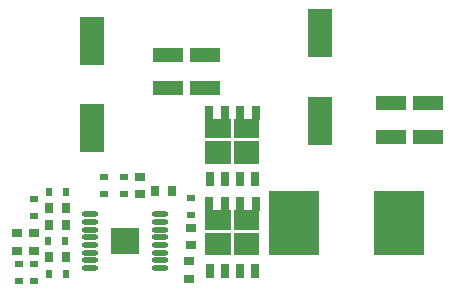
<source format=gtp>
G04 Layer_Color=8421504*
%FSAX44Y44*%
%MOMM*%
G71*
G01*
G75*
G04:AMPARAMS|DCode=10|XSize=0.75mm|YSize=0.5mm|CornerRadius=0.0025mm|HoleSize=0mm|Usage=FLASHONLY|Rotation=0.000|XOffset=0mm|YOffset=0mm|HoleType=Round|Shape=RoundedRectangle|*
%AMROUNDEDRECTD10*
21,1,0.7500,0.4950,0,0,0.0*
21,1,0.7450,0.5000,0,0,0.0*
1,1,0.0050,0.3725,-0.2475*
1,1,0.0050,-0.3725,-0.2475*
1,1,0.0050,-0.3725,0.2475*
1,1,0.0050,0.3725,0.2475*
%
%ADD10ROUNDEDRECTD10*%
%ADD11R,4.3500X5.5000*%
%ADD12R,2.4600X2.3100*%
%ADD13O,1.4000X0.4500*%
G04:AMPARAMS|DCode=15|XSize=0.75mm|YSize=0.5mm|CornerRadius=0.0025mm|HoleSize=0mm|Usage=FLASHONLY|Rotation=270.000|XOffset=0mm|YOffset=0mm|HoleType=Round|Shape=RoundedRectangle|*
%AMROUNDEDRECTD15*
21,1,0.7500,0.4950,0,0,270.0*
21,1,0.7450,0.5000,0,0,270.0*
1,1,0.0050,-0.2475,-0.3725*
1,1,0.0050,-0.2475,0.3725*
1,1,0.0050,0.2475,0.3725*
1,1,0.0050,0.2475,-0.3725*
%
%ADD15ROUNDEDRECTD15*%
G04:AMPARAMS|DCode=16|XSize=0.65mm|YSize=1.2mm|CornerRadius=0.0033mm|HoleSize=0mm|Usage=FLASHONLY|Rotation=0.000|XOffset=0mm|YOffset=0mm|HoleType=Round|Shape=RoundedRectangle|*
%AMROUNDEDRECTD16*
21,1,0.6500,1.1935,0,0,0.0*
21,1,0.6435,1.2000,0,0,0.0*
1,1,0.0065,0.3217,-0.5968*
1,1,0.0065,-0.3217,-0.5968*
1,1,0.0065,-0.3217,0.5968*
1,1,0.0065,0.3217,0.5968*
%
%ADD16ROUNDEDRECTD16*%
G04:AMPARAMS|DCode=17|XSize=2.55mm|YSize=1.2mm|CornerRadius=0.006mm|HoleSize=0mm|Usage=FLASHONLY|Rotation=0.000|XOffset=0mm|YOffset=0mm|HoleType=Round|Shape=RoundedRectangle|*
%AMROUNDEDRECTD17*
21,1,2.5500,1.1880,0,0,0.0*
21,1,2.5380,1.2000,0,0,0.0*
1,1,0.0120,1.2690,-0.5940*
1,1,0.0120,-1.2690,-0.5940*
1,1,0.0120,-1.2690,0.5940*
1,1,0.0120,1.2690,0.5940*
%
%ADD17ROUNDEDRECTD17*%
G04:AMPARAMS|DCode=18|XSize=0.85mm|YSize=0.6mm|CornerRadius=0.003mm|HoleSize=0mm|Usage=FLASHONLY|Rotation=0.000|XOffset=0mm|YOffset=0mm|HoleType=Round|Shape=RoundedRectangle|*
%AMROUNDEDRECTD18*
21,1,0.8500,0.5940,0,0,0.0*
21,1,0.8440,0.6000,0,0,0.0*
1,1,0.0060,0.4220,-0.2970*
1,1,0.0060,-0.4220,-0.2970*
1,1,0.0060,-0.4220,0.2970*
1,1,0.0060,0.4220,0.2970*
%
%ADD18ROUNDEDRECTD18*%
G04:AMPARAMS|DCode=19|XSize=0.85mm|YSize=0.6mm|CornerRadius=0.003mm|HoleSize=0mm|Usage=FLASHONLY|Rotation=90.000|XOffset=0mm|YOffset=0mm|HoleType=Round|Shape=RoundedRectangle|*
%AMROUNDEDRECTD19*
21,1,0.8500,0.5940,0,0,90.0*
21,1,0.8440,0.6000,0,0,90.0*
1,1,0.0060,0.2970,0.4220*
1,1,0.0060,0.2970,-0.4220*
1,1,0.0060,-0.2970,-0.4220*
1,1,0.0060,-0.2970,0.4220*
%
%ADD19ROUNDEDRECTD19*%
G04:AMPARAMS|DCode=20|XSize=2mm|YSize=4mm|CornerRadius=0.01mm|HoleSize=0mm|Usage=FLASHONLY|Rotation=180.000|XOffset=0mm|YOffset=0mm|HoleType=Round|Shape=RoundedRectangle|*
%AMROUNDEDRECTD20*
21,1,2.0000,3.9800,0,0,180.0*
21,1,1.9800,4.0000,0,0,180.0*
1,1,0.0200,-0.9900,1.9900*
1,1,0.0200,0.9900,1.9900*
1,1,0.0200,0.9900,-1.9900*
1,1,0.0200,-0.9900,-1.9900*
%
%ADD20ROUNDEDRECTD20*%
G36*
X06978616Y08552383D02*
X06978616Y08535873D01*
X06957026Y08535873D01*
X06957026Y08552383D01*
X06978616Y08552383D01*
D02*
G37*
G36*
X06954487D02*
X06954487Y08535873D01*
X06932897Y08535873D01*
X06932897Y08552383D01*
X06954487Y08552383D01*
D02*
G37*
G36*
X06978616Y08533333D02*
X06978616Y08514283D01*
X06957026Y08514283D01*
X06957026Y08533333D01*
X06978616Y08533333D01*
D02*
G37*
G36*
X06954487D02*
X06954487Y08514283D01*
X06932897Y08514283D01*
X06932897Y08533333D01*
X06954487Y08533333D01*
D02*
G37*
G36*
X06978616Y08474920D02*
X06978616Y08458410D01*
X06957026Y08458410D01*
X06957026Y08474920D01*
X06978616Y08474920D01*
D02*
G37*
G36*
X06954487D02*
X06954487Y08458410D01*
X06932897Y08458410D01*
X06932897Y08474920D01*
X06954487Y08474920D01*
D02*
G37*
G36*
X06978616Y08455870D02*
X06978616Y08436820D01*
X06957026Y08436820D01*
X06957026Y08455870D01*
X06978616Y08455870D01*
D02*
G37*
G36*
X06954487D02*
X06954487Y08436820D01*
X06932897Y08436820D01*
X06932897Y08455870D01*
X06954487Y08455870D01*
D02*
G37*
D10*
X06920964Y08485580D02*
D03*
Y08471080D02*
D03*
X06787922Y08429708D02*
D03*
Y08415208D02*
D03*
X06774879Y08429708D02*
D03*
Y08415208D02*
D03*
X06863922Y08503330D02*
D03*
Y08488831D02*
D03*
X06846714Y08503330D02*
D03*
Y08488831D02*
D03*
X06787922Y08484250D02*
D03*
Y08469750D02*
D03*
D11*
X07008307Y08463758D02*
D03*
X07096807D02*
D03*
D12*
X06864714Y08448788D02*
D03*
D13*
X06894214Y08426038D02*
D03*
Y08432538D02*
D03*
Y08439038D02*
D03*
Y08445538D02*
D03*
Y08452038D02*
D03*
Y08458538D02*
D03*
Y08465038D02*
D03*
Y08471538D02*
D03*
X06835214Y08426038D02*
D03*
Y08432538D02*
D03*
Y08439038D02*
D03*
Y08445538D02*
D03*
Y08452038D02*
D03*
Y08458538D02*
D03*
Y08465038D02*
D03*
Y08471538D02*
D03*
D15*
X06814714Y08420500D02*
D03*
X06800214D02*
D03*
X06799714Y08449042D02*
D03*
X06814214D02*
D03*
X06800214Y08490170D02*
D03*
X06814714D02*
D03*
D16*
X06935690Y08480000D02*
D03*
X06949152D02*
D03*
X06962360D02*
D03*
X06975823D02*
D03*
X06974807Y08423810D02*
D03*
X06962106D02*
D03*
X06949407D02*
D03*
X06936707D02*
D03*
X06935690Y08557463D02*
D03*
X06949152D02*
D03*
X06962360D02*
D03*
X06975823D02*
D03*
X06974807Y08501273D02*
D03*
X06962106D02*
D03*
X06949407D02*
D03*
X06936707D02*
D03*
D17*
X07089991Y08565316D02*
D03*
Y08536816D02*
D03*
X07121503Y08565316D02*
D03*
Y08536816D02*
D03*
X06901417Y08606500D02*
D03*
Y08578000D02*
D03*
X06932460Y08606500D02*
D03*
Y08578000D02*
D03*
D18*
X06773379Y08455250D02*
D03*
Y08440750D02*
D03*
X06919214Y08417000D02*
D03*
Y08431500D02*
D03*
X06877464Y08488831D02*
D03*
Y08503330D02*
D03*
X06920464Y08445538D02*
D03*
Y08460038D02*
D03*
X06787421Y08455250D02*
D03*
Y08440750D02*
D03*
D19*
X06890256Y08491448D02*
D03*
X06904756D02*
D03*
X06800214Y08462585D02*
D03*
X06814714D02*
D03*
Y08435500D02*
D03*
X06800214D02*
D03*
Y08476627D02*
D03*
X06814714D02*
D03*
D20*
X06836750Y08618250D02*
D03*
Y08544250D02*
D03*
X07029999Y08550816D02*
D03*
Y08624816D02*
D03*
M02*

</source>
